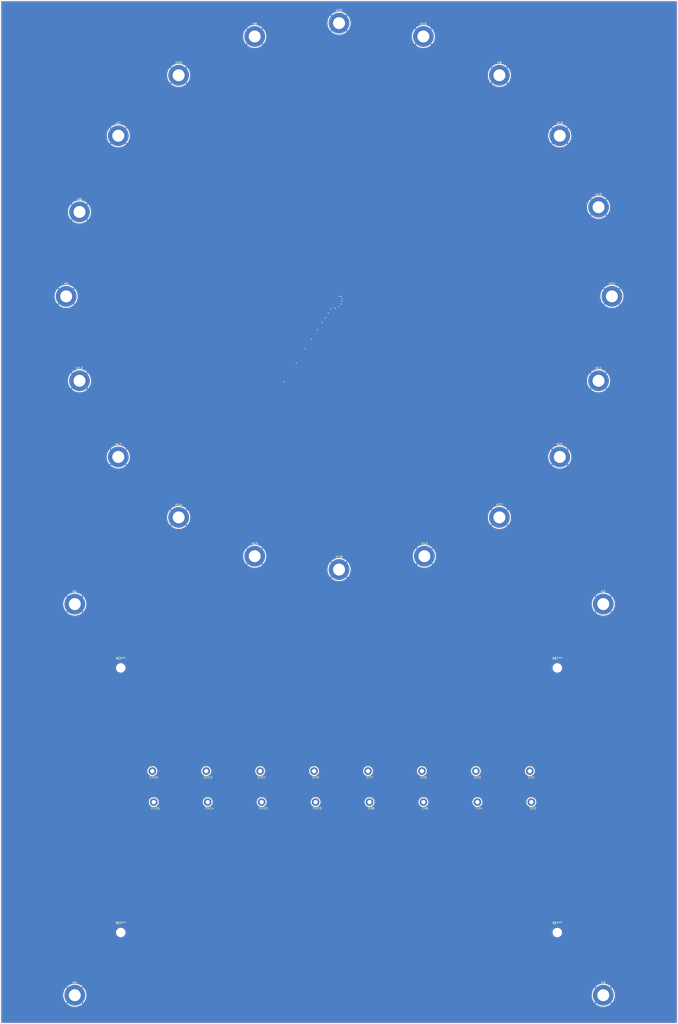
<source format=kicad_pcb>
(kicad_pcb (version 20211014) (generator pcbnew)
  (layers (0 "F.Cu" signal) (1 "In1.Cu" signal) (2 "In2.Cu" signal) (31 "B.Cu" signal) (34 "B.Paste" user) (35 "F.Paste" user) (36 "B.SilkS" user "B.Silkscreen") (37 "F.SilkS" user "F.Silkscreen") (38 "B.Mask" user) (39 "F.Mask" user) (44 "Edge.Cuts" user))
  (net 0 "")
  (net 1 "GND")
  (net 2 "unconnected-(CH1-Pad1)")
  (net 3 "unconnected-(CH2-Pad1)")
  (net 4 "unconnected-(CH3-Pad1)")
  (net 5 "unconnected-(CH4-Pad1)")
  (net 6 "unconnected-(CH5-Pad1)")
  (net 7 "unconnected-(CH6-Pad1)")
  (net 8 "unconnected-(CH7-Pad1)")
  (net 9 "unconnected-(CH8-Pad1)")
  (net 10 "unconnected-(CH9-Pad1)")
  (net 11 "unconnected-(CH10-Pad1)")
  (net 12 "unconnected-(CH11-Pad1)")
  (net 13 "unconnected-(CH12-Pad1)")
  (net 14 "unconnected-(CH13-Pad1)")
  (net 15 "unconnected-(CH14-Pad1)")
  (net 16 "unconnected-(CH15-Pad1)")
  (net 17 "unconnected-(CH16-Pad1)")
  (footprint "MountingHole:MountingHole_3.2mm_M3" (layer "F.Cu") (at 53.34 411.734)
    (fp_text reference "REF**" (at 0 -4.2) (layer "F.SilkS"))
    (fp_text value "MountingHole_3.2mm_M3")
    (pad "" np_thru_hole circle (at 0 0) (size 3.2 3.2) (drill 3.2) (layers *.Cu *.Mask))
  )
  (footprint "MountingHole:MountingHole_5.3mm_M5_DIN965_Pad" (layer "F.Cu") (at 264.6172 91.44)
    (fp_text reference "H19" (at 0 -5.6) (layer "F.SilkS"))
    (fp_text value "MountingHole_Pad")
    (pad "1" thru_hole circle (at 0 0) (size 9.2 9.2) (drill 5.3) (layers *.Cu *.Mask) (net 1 "GND"))
  )
  (footprint "MountingHole:MountingHole_5.3mm_M5_DIN965_Pad" (layer "F.Cu") (at 247.4722 59.8932)
    (fp_text reference "H10" (at 0 -5.6) (layer "F.SilkS"))
    (fp_text value "MountingHole_Pad")
    (pad "1" thru_hole circle (at 0 0) (size 9.2 9.2) (drill 5.3) (layers *.Cu *.Mask) (net 1 "GND"))
  )
  (footprint "MountingHole:MountingHole_5.3mm_M5_DIN965_Pad" (layer "F.Cu") (at 35.1028 93.5228)
    (fp_text reference "H6" (at 0 -5.6) (layer "F.SilkS"))
    (fp_text value "MountingHole_Pad")
    (pad "1" thru_hole circle (at 0 0) (size 9.2 9.2) (drill 5.3) (layers *.Cu *.Mask) (net 1 "GND"))
  )
  (footprint "MountingHole:MountingHole_5.3mm_M5_DIN965_Pad" (layer "F.Cu") (at 187.1472 16.0528)
    (fp_text reference "H16" (at 0 -5.6) (layer "F.SilkS"))
    (fp_text value "MountingHole_Pad")
    (pad "1" thru_hole circle (at 0 0) (size 9.2 9.2) (drill 5.3) (layers *.Cu *.Mask) (net 1 "GND"))
  )
  (footprint "TestPoint:TestPoint_Loop_D2.50mm_Drill1.85mm" (layer "F.Cu") (at 211.041013 354.135267)
    (fp_text reference "CH4" (at 0.7 2.8) (layer "F.SilkS"))
    (fp_text value "READOUT")
    (fp_circle (center 0 0) (end 1.9 0) (layer "F.SilkS") (width 0.12) (fill none))
    (pad "1" thru_hole circle (at 0 0) (size 3.4 3.4) (drill 1.85) (layers *.Cu *.Mask) (net 5 "unconnected-(CH4-Pad1)"))
  )
  (footprint "MountingHole:MountingHole_5.3mm_M5_DIN965_Pad" (layer "F.Cu") (at 52.2478 201.7268)
    (fp_text reference "H17" (at 0 -5.6) (layer "F.SilkS"))
    (fp_text value "MountingHole_Pad")
    (pad "1" thru_hole circle (at 0 0) (size 9.2 9.2) (drill 5.3) (layers *.Cu *.Mask) (net 1 "GND"))
  )
  (footprint "TestPoint:TestPoint_Loop_D2.50mm_Drill1.85mm" (layer "F.Cu") (at 67.936357 354.135267)
    (fp_text reference "CH16" (at 0.7 2.8) (layer "F.SilkS"))
    (fp_text value "READOUT")
    (fp_circle (center 0 0) (end 1.9 0) (layer "F.SilkS") (width 0.12) (fill none))
    (pad "1" thru_hole circle (at 0 0) (size 3.4 3.4) (drill 1.85) (layers *.Cu *.Mask) (net 17 "unconnected-(CH16-Pad1)"))
  )
  (footprint "MountingHole:MountingHole_5.3mm_M5_DIN965_Pad" (layer "F.Cu") (at 149.86 251.46)
    (fp_text reference "H18" (at 0 -5.6) (layer "F.SilkS"))
    (fp_text value "MountingHole_Pad")
    (pad "1" thru_hole circle (at 0 0) (size 9.2 9.2) (drill 5.3) (layers *.Cu *.Mask) (net 1 "GND"))
  )
  (footprint "MountingHole:MountingHole_5.3mm_M5_DIN965_Pad" (layer "F.Cu") (at 270.51 130.81)
    (fp_text reference "H24" (at 0 -5.6) (layer "F.SilkS"))
    (fp_text value "MountingHole_Pad")
    (pad "1" thru_hole circle (at 0 0) (size 9.2 9.2) (drill 5.3) (layers *.Cu *.Mask) (net 1 "GND"))
  )
  (footprint "TestPoint:TestPoint_Loop_D2.50mm_Drill1.85mm" (layer "F.Cu") (at 138.834586 340.444667)
    (fp_text reference "CH9" (at 0.7 2.8) (layer "F.SilkS"))
    (fp_text value "READOUT")
    (fp_circle (center 0 0) (end 1.9 0) (layer "F.SilkS") (width 0.12) (fill none))
    (pad "1" thru_hole circle (at 0 0) (size 3.4 3.4) (drill 1.85) (layers *.Cu *.Mask) (net 10 "unconnected-(CH9-Pad1)"))
  )
  (footprint "MountingHole:MountingHole_3.2mm_M3" (layer "F.Cu") (at 246.38 411.734)
    (fp_text reference "REF**" (at 0 -4.2) (layer "F.SilkS"))
    (fp_text value "MountingHole_3.2mm_M3")
    (pad "" np_thru_hole circle (at 0 0) (size 3.2 3.2) (drill 3.2) (layers *.Cu *.Mask))
  )
  (footprint "MountingHole:MountingHole_5.3mm_M5_DIN965_Pad" (layer "F.Cu") (at 220.7768 33.1978)
    (fp_text reference "H9" (at 0 -5.6) (layer "F.SilkS"))
    (fp_text value "MountingHole_Pad")
    (pad "1" thru_hole circle (at 0 0) (size 9.2 9.2) (drill 5.3) (layers *.Cu *.Mask) (net 1 "GND"))
  )
  (footprint "MountingHole:MountingHole_5.3mm_M5_DIN965_Pad" (layer "F.Cu") (at 149.86 10.16)
    (fp_text reference "H23" (at 0 -5.6) (layer "F.SilkS"))
    (fp_text value "MountingHole_Pad")
    (pad "1" thru_hole circle (at 0 0) (size 9.2 9.2) (drill 5.3) (layers *.Cu *.Mask) (net 1 "GND"))
  )
  (footprint "TestPoint:TestPoint_Loop_D2.50mm_Drill1.85mm" (layer "F.Cu") (at 139.488685 354.135267)
    (fp_text reference "CH10" (at 0.7 2.8) (layer "F.SilkS"))
    (fp_text value "READOUT")
    (fp_circle (center 0 0) (end 1.9 0) (layer "F.SilkS") (width 0.12) (fill none))
    (pad "1" thru_hole circle (at 0 0) (size 3.4 3.4) (drill 1.85) (layers *.Cu *.Mask) (net 11 "unconnected-(CH10-Pad1)"))
  )
  (footprint "TestPoint:TestPoint_Loop_D2.50mm_Drill1.85mm" (layer "F.Cu") (at 91.14518 340.444667)
    (fp_text reference "CH13" (at 0.7 2.8) (layer "F.SilkS"))
    (fp_text value "READOUT")
    (fp_circle (center 0 0) (end 1.9 0) (layer "F.SilkS") (width 0.12) (fill none))
    (pad "1" thru_hole circle (at 0 0) (size 3.4 3.4) (drill 1.85) (layers *.Cu *.Mask) (net 14 "unconnected-(CH13-Pad1)"))
  )
  (footprint "MountingHole:MountingHole_3.2mm_M3" (layer "F.Cu") (at 246.38 411.734)
    (fp_text reference "REF**" (at 0 -4.2) (layer "F.SilkS"))
    (fp_text value "MountingHole_3.2mm_M3")
    (pad "" np_thru_hole circle (at 0 0) (size 3.2 3.2) (drill 3.2) (layers *.Cu *.Mask))
  )
  (footprint "MountingHole:MountingHole_3.2mm_M3" (layer "F.Cu") (at 53.34 411.734)
    (fp_text reference "REF**" (at 0 -4.2) (layer "F.SilkS"))
    (fp_text value "MountingHole_3.2mm_M3")
    (pad "" np_thru_hole circle (at 0 0) (size 3.2 3.2) (drill 3.2) (layers *.Cu *.Mask))
  )
  (footprint "TestPoint:TestPoint_Loop_D2.50mm_Drill1.85mm" (layer "F.Cu") (at 67.300477 340.444667)
    (fp_text reference "CH15" (at 0.7 2.8) (layer "F.SilkS"))
    (fp_text value "READOUT")
    (fp_circle (center 0 0) (end 1.9 0) (layer "F.SilkS") (width 0.12) (fill none))
    (pad "1" thru_hole circle (at 0 0) (size 3.4 3.4) (drill 1.85) (layers *.Cu *.Mask) (net 16 "unconnected-(CH15-Pad1)"))
  )
  (footprint "MountingHole:MountingHole_5.3mm_M5_DIN965_Pad" (layer "F.Cu") (at 33.02 266.7)
    (fp_text reference "H1" (at 0 -5.6) (layer "F.SilkS"))
    (fp_text value "MountingHole_Pad")
    (pad "1" thru_hole circle (at 0 0) (size 9.2 9.2) (drill 5.3) (layers *.Cu *.Mask) (net 1 "GND"))
  )
  (footprint "MountingHole:MountingHole_5.3mm_M5_DIN965_Pad" (layer "F.Cu") (at 78.9432 228.4222)
    (fp_text reference "H14" (at 0 -5.6) (layer "F.SilkS"))
    (fp_text value "MountingHole_Pad")
    (pad "1" thru_hole circle (at 0 0) (size 9.2 9.2) (drill 5.3) (layers *.Cu *.Mask) (net 1 "GND"))
  )
  (footprint "MountingHole:MountingHole_3.2mm_M3" (layer "F.Cu") (at 246.38 294.894)
    (fp_text reference "REF**" (at 0 -4.2) (layer "F.SilkS"))
    (fp_text value "MountingHole_3.2mm_M3")
    (pad "" np_thru_hole circle (at 0 0) (size 3.2 3.2) (drill 3.2) (layers *.Cu *.Mask))
  )
  (footprint "TestPoint:TestPoint_Loop_D2.50mm_Drill1.85mm" (layer "F.Cu") (at 210.368695 340.444667)
    (fp_text reference "CH3" (at 0.7 2.8) (layer "F.SilkS"))
    (fp_text value "READOUT")
    (fp_circle (center 0 0) (end 1.9 0) (layer "F.SilkS") (width 0.12) (fill none))
    (pad "1" thru_hole circle (at 0 0) (size 3.4 3.4) (drill 1.85) (layers *.Cu *.Mask) (net 4 "unconnected-(CH3-Pad1)"))
  )
  (footprint "MountingHole:MountingHole_5.3mm_M5_DIN965_Pad" (layer "F.Cu") (at 220.7768 228.4222)
    (fp_text reference "H22" (at 0 -5.6) (layer "F.SilkS"))
    (fp_text value "MountingHole_Pad")
    (pad "1" thru_hole circle (at 0 0) (size 9.2 9.2) (drill 5.3) (layers *.Cu *.Mask) (net 1 "GND"))
  )
  (footprint "TestPoint:TestPoint_Loop_D2.50mm_Drill1.85mm" (layer "F.Cu") (at 114.989883 340.444667)
    (fp_text reference "CH11" (at 0.7 2.8) (layer "F.SilkS"))
    (fp_text value "READOUT")
    (fp_circle (center 0 0) (end 1.9 0) (layer "F.SilkS") (width 0.12) (fill none))
    (pad "1" thru_hole circle (at 0 0) (size 3.4 3.4) (drill 1.85) (layers *.Cu *.Mask) (net 12 "unconnected-(CH11-Pad1)"))
  )
  (footprint "MountingHole:MountingHole_5.3mm_M5_DIN965_Pad" (layer "F.Cu") (at 33.02 439.42)
    (fp_text reference "H4" (at 0 -5.6) (layer "F.SilkS"))
    (fp_text value "MountingHole_Pad")
    (pad "1" thru_hole circle (at 0 0) (size 9.2 9.2) (drill 5.3) (layers *.Cu *.Mask) (net 1 "GND"))
  )
  (footprint "MountingHole:MountingHole_3.2mm_M3" (layer "F.Cu") (at 53.34 294.894)
    (fp_text reference "REF**" (at 0 -4.2) (layer "F.SilkS"))
    (fp_text value "MountingHole_3.2mm_M3")
    (pad "" np_thru_hole circle (at 0 0) (size 3.2 3.2) (drill 3.2) (layers *.Cu *.Mask))
  )
  (footprint "TestPoint:TestPoint_Loop_D2.50mm_Drill1.85mm" (layer "F.Cu") (at 162.679289 340.444667)
    (fp_text reference "CH7" (at 0.7 2.8) (layer "F.SilkS"))
    (fp_text value "READOUT")
    (fp_circle (center 0 0) (end 1.9 0) (layer "F.SilkS") (width 0.12) (fill none))
    (pad "1" thru_hole circle (at 0 0) (size 3.4 3.4) (drill 1.85) (layers *.Cu *.Mask) (net 8 "unconnected-(CH7-Pad1)"))
  )
  (footprint "TestPoint:TestPoint_Loop_D2.50mm_Drill1.85mm" (layer "F.Cu") (at 234.891789 354.135267)
    (fp_text reference "CH2" (at 0.7 2.8) (layer "F.SilkS"))
    (fp_text value "READOUT")
    (fp_circle (center 0 0) (end 1.9 0) (layer "F.SilkS") (width 0.12) (fill none))
    (pad "1" thru_hole circle (at 0 0) (size 3.4 3.4) (drill 1.85) (layers *.Cu *.Mask) (net 3 "unconnected-(CH2-Pad1)"))
  )
  (footprint "MountingHole:MountingHole_5.3mm_M5_DIN965_Pad" (layer "F.Cu") (at 35.1028 168.0972)
    (fp_text reference "H12" (at 0 -5.6) (layer "F.SilkS"))
    (fp_text value "MountingHole_Pad")
    (pad "1" thru_hole circle (at 0 0) (size 9.2 9.2) (drill 5.3) (layers *.Cu *.Mask) (net 1 "GND"))
  )
  (footprint "MountingHole:MountingHole_3.2mm_M3" (layer "F.Cu") (at 246.38 294.894)
    (fp_text reference "REF**" (at 0 -4.2) (layer "F.SilkS"))
    (fp_text value "MountingHole_3.2mm_M3")
    (pad "" np_thru_hole circle (at 0 0) (size 3.2 3.2) (drill 3.2) (layers *.Cu *.Mask))
  )
  (footprint "TestPoint:TestPoint_Loop_D2.50mm_Drill1.85mm" (layer "F.Cu") (at 91.787133 354.135267)
    (fp_text reference "CH14" (at 0.7 2.8) (layer "F.SilkS"))
    (fp_text value "READOUT")
    (fp_circle (center 0 0) (end 1.9 0) (layer "F.SilkS") (width 0.12) (fill none))
    (pad "1" thru_hole circle (at 0 0) (size 3.4 3.4) (drill 1.85) (layers *.Cu *.Mask) (net 15 "unconnected-(CH14-Pad1)"))
  )
  (footprint "TestPoint:TestPoint_Loop_D2.50mm_Drill1.85mm" (layer "F.Cu") (at 163.339461 354.135267)
    (fp_text reference "CH8" (at 0.7 2.8) (layer "F.SilkS"))
    (fp_text value "READOUT")
    (fp_circle (center 0 0) (end 1.9 0) (layer "F.SilkS") (width 0.12) (fill none))
    (pad "1" thru_hole circle (at 0 0) (size 3.4 3.4) (drill 1.85) (layers *.Cu *.Mask) (net 9 "unconnected-(CH8-Pad1)"))
  )
  (footprint "TestPoint:TestPoint_Loop_D2.50mm_Drill1.85mm" (layer "F.Cu") (at 234.2134 340.444667)
    (fp_text reference "CH1" (at 0.7 2.8) (layer "F.SilkS"))
    (fp_text value "READOUT")
    (fp_circle (center 0 0) (end 1.9 0) (layer "F.SilkS") (width 0.12) (fill none))
    (pad "1" thru_hole circle (at 0 0) (size 3.4 3.4) (drill 1.85) (layers *.Cu *.Mask) (net 2 "unconnected-(CH1-Pad1)"))
  )
  (footprint "TestPoint:TestPoint_Loop_D2.50mm_Drill1.85mm" (layer "F.Cu") (at 115.637909 354.135267)
    (fp_text reference "CH12" (at 0.7 2.8) (layer "F.SilkS"))
    (fp_text value "READOUT")
    (fp_circle (center 0 0) (end 1.9 0) (layer "F.SilkS") (width 0.12) (fill none))
    (pad "1" thru_hole circle (at 0 0) (size 3.4 3.4) (drill 1.85) (layers *.Cu *.Mask) (net 13 "unconnected-(CH12-Pad1)"))
  )
  (footprint "MountingHole:MountingHole_5.3mm_M5_DIN965_Pad" (layer "F.Cu") (at 264.6172 168.0972)
    (fp_text reference "H11" (at 0 -5.6) (layer "F.SilkS"))
    (fp_text value "MountingHole_Pad")
    (pad "1" thru_hole circle (at 0 0) (size 9.2 9.2) (drill 5.3) (layers *.Cu *.Mask) (net 1 "GND"))
  )
  (footprint "MountingHole:MountingHole_5.3mm_M5_DIN965_Pad" (layer "F.Cu") (at 52.2478 59.8932)
    (fp_text reference "H7" (at 0 -5.6) (layer "F.SilkS"))
    (fp_text value "MountingHole_Pad")
    (pad "1" thru_hole circle (at 0 0) (size 9.2 9.2) (drill 5.3) (layers *.Cu *.Mask) (net 1 "GND"))
  )
  (footprint "TestPoint:TestPoint_Loop_D2.50mm_Drill1.85mm" (layer "F.Cu") (at 186.523992 340.444667)
    (fp_text reference "CH5" (at 0.7 2.8) (layer "F.SilkS"))
    (fp_text value "READOUT")
    (fp_circle (center 0 0) (end 1.9 0) (layer "F.SilkS") (width 0.12) (fill none))
    (pad "1" thru_hole circle (at 0 0) (size 3.4 3.4) (drill 1.85) (layers *.Cu *.Mask) (net 6 "unconnected-(CH5-Pad1)"))
  )
  (footprint "MountingHole:MountingHole_5.3mm_M5_DIN965_Pad" (layer "F.Cu") (at 266.7 266.7)
    (fp_text reference "H2" (at 0 -5.6) (layer "F.SilkS"))
    (fp_text value "MountingHole_Pad")
    (pad "1" thru_hole circle (at 0 0) (size 9.2 9.2) (drill 5.3) (layers *.Cu *.Mask) (net 1 "GND"))
  )
  (footprint "MountingHole:MountingHole_5.3mm_M5_DIN965_Pad" (layer "F.Cu") (at 112.5728 16.0528)
    (fp_text reference "H8" (at 0 -5.6) (layer "F.SilkS"))
    (fp_text value "MountingHole_Pad")
    (pad "1" thru_hole circle (at 0 0) (size 9.2 9.2) (drill 5.3) (layers *.Cu *.Mask) (net 1 "GND"))
  )
  (footprint "MountingHole:MountingHole_5.3mm_M5_DIN965_Pad" (layer "F.Cu") (at 29.21 130.81)
    (fp_text reference "H5" (at 0 -5.6) (layer "F.SilkS"))
    (fp_text value "MountingHole_Pad")
    (pad "1" thru_hole circle (at 0 0) (size 9.2 9.2) (drill 5.3) (layers *.Cu *.Mask) (net 1 "GND"))
  )
  (footprint "MountingHole:MountingHole_5.3mm_M5_DIN965_Pad" (layer "F.Cu") (at 247.4722 201.7268)
    (fp_text reference "H21" (at 0 -5.6) (layer "F.SilkS"))
    (fp_text value "MountingHole_Pad")
    (pad "1" thru_hole circle (at 0 0) (size 9.2 9.2) (drill 5.3) (layers *.Cu *.Mask) (net 1 "GND"))
  )
  (footprint "MountingHole:MountingHole_5.3mm_M5_DIN965_Pad" (layer "F.Cu") (at 187.6044 245.5672)
    (fp_text reference "H13" (at 0 -5.6) (layer "F.SilkS"))
    (fp_text value "MountingHole_Pad")
    (pad "1" thru_hole circle (at 0 0) (size 9.2 9.2) (drill 5.3) (layers *.Cu *.Mask) (net 1 "GND"))
  )
  (footprint "TestPoint:TestPoint_Loop_D2.50mm_Drill1.85mm" (layer "F.Cu") (at 187.190237 354.135267)
    (fp_text reference "CH6" (at 0.7 2.8) (layer "F.SilkS"))
    (fp_text value "READOUT")
    (fp_circle (center 0 0) (end 1.9 0) (layer "F.SilkS") (width 0.12) (fill none))
    (pad "1" thru_hole circle (at 0 0) (size 3.4 3.4) (drill 1.85) (layers *.Cu *.Mask) (net 7 "unconnected-(CH6-Pad1)"))
  )
  (footprint "MountingHole:MountingHole_5.3mm_M5_DIN965_Pad" (layer "F.Cu") (at 78.9432 33.1978)
    (fp_text reference "H20" (at 0 -5.6) (layer "F.SilkS"))
    (fp_text value "MountingHole_Pad")
    (pad "1" thru_hole circle (at 0 0) (size 9.2 9.2) (drill 5.3) (layers *.Cu *.Mask) (net 1 "GND"))
  )
  (footprint "MountingHole:MountingHole_3.2mm_M3" (layer "F.Cu") (at 53.34 294.894)
    (fp_text reference "REF**" (at 0 -4.2) (layer "F.SilkS"))
    (fp_text value "MountingHole_3.2mm_M3")
    (pad "" np_thru_hole circle (at 0 0) (size 3.2 3.2) (drill 3.2) (layers *.Cu *.Mask))
  )
  (footprint "MountingHole:MountingHole_5.3mm_M5_DIN965_Pad" (layer "F.Cu") (at 266.7 439.42)
    (fp_text reference "H3" (at 0 -5.6) (layer "F.SilkS"))
    (fp_text value "MountingHole_Pad")
    (pad "1" thru_hole circle (at 0 0) (size 9.2 9.2) (drill 5.3) (layers *.Cu *.Mask) (net 1 "GND"))
  )
  (footprint "MountingHole:MountingHole_5.3mm_M5_DIN965_Pad" (layer "F.Cu") (at 112.5728 245.5672)
    (fp_text reference "H15" (at 0 -5.6) (layer "F.SilkS"))
    (fp_text value "MountingHole_Pad")
    (pad "1" thru_hole circle (at 0 0) (size 9.2 9.2) (drill 5.3) (layers *.Cu *.Mask) (net 1 "GND"))
  )
  (gr_circle (center 149.86 130.81) (end 153.35758 130.81) (layer "F.Cu") (width 0.127) (fill none))
  (gr_circle (center 149.86 130.81) (end 150.209758 130.81) (layer "F.Cu") (width 0.127) (fill none))
  (gr_circle (center 149.86 130.81) (end 172.35932 130.81) (layer "F.Cu") (width 0.127) (fill none))
  (gr_circle (center 149.86 130.81) (end 177.35804 130.81) (layer "F.Cu") (width 0.127) (fill none))
  (gr_circle (center 149.86 130.81) (end 151.60752 130.81) (layer "F.Cu") (width 0.127) (fill none))
  (gr_circle (center 149.86 130.81) (end 156.60878 130.81) (layer "F.Cu") (width 0.127) (fill none))
  (gr_circle (center 149.86 130.81) (end 150.909782 130.81) (layer "F.Cu") (width 0.127) (fill none))
  (gr_circle (center 149.86 130.81) (end 155.359862 130.81) (layer "F.Cu") (width 0.127) (fill none))
  (gr_circle (center 149.86 130.81) (end 152.4 130.81) (layer "F.Cu") (width 0.127) (fill none))
  (gr_circle (center 149.86 130.81) (end 184.8358 130.81) (layer "F.Cu") (width 0.127) (fill none))
  (gr_circle (center 149.86 130.81) (end 167.357806 130.81) (layer "F.Cu") (width 0.127) (fill none))
  (gr_circle (center 149.86 130.81) (end 158.60776 130.81) (layer "F.Cu") (width 0.127) (fill none))
  (gr_circle (center 149.86 130.81) (end 161.10966 130.81) (layer "F.Cu") (width 0.127) (fill none))
  (gr_circle (center 149.86 130.81) (end 154.35834 130.81) (layer "F.Cu") (width 0.127) (fill none))
  (gr_circle (center 149.85238 130.81) (end 163.6014 130.81) (layer "F.Cu") (width 0.127) (fill none))
  (gr_circle (center 149.86 130.81) (end 194.8434 130.81) (layer "F.Cu") (width 0.127) (fill none))
  (gr_line (start 299.72 452.12) (end 0 452.12) (layer "Edge.Cuts") (width 0.1))
  (gr_line (start 0 452.12) (end 0 0) (layer "Edge.Cuts") (width 0.1))
  (gr_line (start 299.72 452.12) (end 299.72 0) (layer "Edge.Cuts") (width 0.1))
  (gr_line (start 299.72 0) (end 0 0) (layer "Edge.Cuts") (width 0.1))
  (via blind (at 149.86 130.81) (size 0.8) (drill 0.4) (layers "F.Cu" "In2.Cu") (net 2))
  (via blind (at 150.8252 130.81) (size 0.8) (drill 0.4) (layers "F.Cu" "In2.Cu") (net 3))
  (via blind (at 151.2062 131.8514) (size 0.8) (drill 0.4) (layers "F.Cu" "In2.Cu") (net 4))
  (via blind (at 151.0792 132.9944) (size 0.8) (drill 0.4) (layers "F.Cu" "In2.Cu") (net 5))
  (via blind (at 150.6982 134.2136) (size 0.8) (drill 0.4) (layers "F.Cu" "In2.Cu") (net 6))
  (via blind (at 149.6568 135.255) (size 0.8) (drill 0.4) (layers "F.Cu" "In2.Cu") (net 7))
  (via blind (at 148.2344 136.017) (size 0.8) (drill 0.4) (layers "F.Cu" "In2.Cu") (net 8))
  (via blind (at 146.2024 136.4488) (size 0.8) (drill 0.4) (layers "F.Cu" "In2.Cu") (net 9))
  (via blind (at 145.1102 138.176) (size 0.8) (drill 0.4) (layers "F.Cu" "In2.Cu") (net 10))
  (via blind (at 143.7386 140.2842) (size 0.8) (drill 0.4) (layers "F.Cu" "In2.Cu") (net 11))
  (via blind (at 142.4178 142.367) (size 0.8) (drill 0.4) (layers "F.Cu" "In2.Cu") (net 12))
  (via blind (at 140.3604 145.542) (size 0.8) (drill 0.4) (layers "F.Cu" "In2.Cu") (net 13))
  (via blind (at 137.7188 149.733) (size 0.8) (drill 0.4) (layers "F.Cu" "In2.Cu") (net 14))
  (via blind (at 134.9756 153.8986) (size 0.8) (drill 0.4) (layers "F.Cu" "In2.Cu") (net 15))
  (via blind (at 130.9116 160.2232) (size 0.8) (drill 0.4) (layers "F.Cu" "In2.Cu") (net 16))
  (via blind (at 125.476 168.6814) (size 0.8) (drill 0.4) (layers "F.Cu" "In2.Cu") (net 17))
  (zone (net 1) (net_name "GND") (layers "F.Cu" "In1.Cu" "In2.Cu" "B.Cu") (connect_pads (clearance 0.508)) (min_thickness 0.254) (fill yes (thermal_gap 0.508) (thermal_bridge_width 0.508))
    (polygon (pts (xy 299.72 452.12) (xy 0.0254 452.12) (xy 0 0.0254) (xy 299.72 0)))
  )
)
</source>
